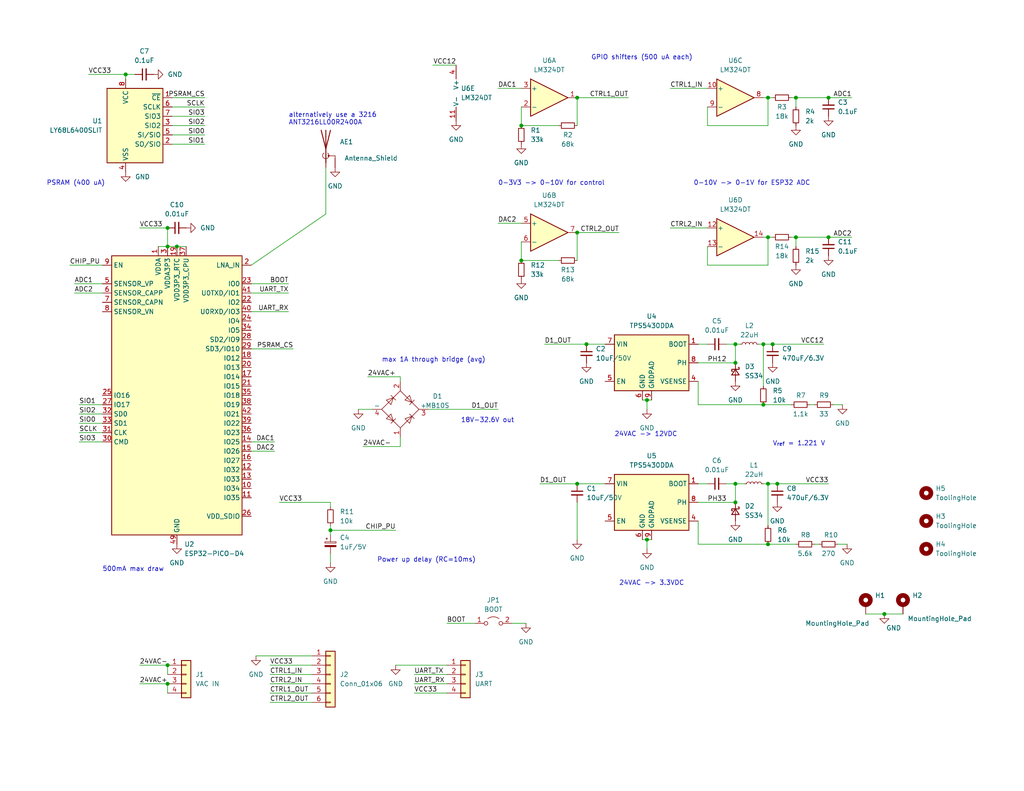
<source format=kicad_sch>
(kicad_sch (version 20211123) (generator eeschema)
  (paper "USLetter")
  (title_block (company "kelvie.ca"))
  (lib_symbols
    (symbol "Amplifier_Operational:LM324" (pin_names (offset 0.127))
      (property "Reference" "U" (at 0 5.08 0))
      (property "Value" "LM324" (at 0 -5.08 0))
      (symbol "LM324_1_1"
        (polyline (pts (xy -5.08 5.08) (xy 5.08 0) (xy -5.08 -5.08) (xy -5.08 5.08)) (stroke (width 0.254)) (fill (type background)))
        (pin output line (at 7.62 0 180) (length 2.54) (name "~") (number "1"))
        (pin input line (at -7.62 -2.54 0) (length 2.54) (name "-") (number "2"))
        (pin input line (at -7.62 2.54 0) (length 2.54) (name "+") (number "3"))
      )
      (symbol "LM324_2_1"
        (polyline (pts (xy -5.08 5.08) (xy 5.08 0) (xy -5.08 -5.08) (xy -5.08 5.08)) (stroke (width 0.254)) (fill (type background)))
        (pin input line (at -7.62 2.54 0) (length 2.54) (name "+") (number "5"))
        (pin input line (at -7.62 -2.54 0) (length 2.54) (name "-") (number "6"))
        (pin output line (at 7.62 0 180) (length 2.54) (name "~") (number "7"))
      )
      (symbol "LM324_3_1"
        (polyline (pts (xy -5.08 5.08) (xy 5.08 0) (xy -5.08 -5.08) (xy -5.08 5.08)) (stroke (width 0.254)) (fill (type background)))
        (pin input line (at -7.62 2.54 0) (length 2.54) (name "+") (number "10"))
        (pin output line (at 7.62 0 180) (length 2.54) (name "~") (number "8"))
        (pin input line (at -7.62 -2.54 0) (length 2.54) (name "-") (number "9"))
      )
      (symbol "LM324_4_1"
        (polyline (pts (xy -5.08 5.08) (xy 5.08 0) (xy -5.08 -5.08) (xy -5.08 5.08)) (stroke (width 0.254)) (fill (type background)))
        (pin input line (at -7.62 2.54 0) (length 2.54) (name "+") (number "12"))
        (pin input line (at -7.62 -2.54 0) (length 2.54) (name "-") (number "13"))
        (pin output line (at 7.62 0 180) (length 2.54) (name "~") (number "14"))
      )
      (symbol "LM324_5_1"
        (pin power_in line (at -2.54 -7.62 90) (length 3.81) (name "V-") (number "11"))
        (pin power_in line (at -2.54 7.62 270) (length 3.81) (name "V+") (number "4"))
      )
    )
    (symbol "Connector_Generic:Conn_01x04" (pin_names (offset 1.016) hide)
      (property "Reference" "J" (at 0 5.08 0))
      (property "Value" "Conn_01x04" (at 0 -7.62 0))
      (symbol "Conn_01x04_1_1"
        (rectangle (start -1.27 -4.953) (end 0 -5.207) (stroke (width 0.1524)))
        (rectangle (start -1.27 -2.413) (end 0 -2.667) (stroke (width 0.1524)))
        (rectangle (start -1.27 0.127) (end 0 -0.127) (stroke (width 0.1524)))
        (rectangle (start -1.27 2.667) (end 0 2.413) (stroke (width 0.1524)))
        (rectangle (start -1.27 3.81) (end 1.27 -6.35) (stroke (width 0.254)) (fill (type background)))
        (pin passive line (at -5.08 2.54 0) (length 3.81) (name "Pin_1") (number "1"))
        (pin passive line (at -5.08 0 0) (length 3.81) (name "Pin_2") (number "2"))
        (pin passive line (at -5.08 -2.54 0) (length 3.81) (name "Pin_3") (number "3"))
        (pin passive line (at -5.08 -5.08 0) (length 3.81) (name "Pin_4") (number "4"))
      )
    )
    (symbol "Connector_Generic:Conn_01x06" (pin_names (offset 1.016) hide)
      (property "Reference" "J" (at 0 7.62 0))
      (property "Value" "Conn_01x06" (at 0 -10.16 0))
      (symbol "Conn_01x06_1_1"
        (rectangle (start -1.27 -7.493) (end 0 -7.747) (stroke (width 0.1524)))
        (rectangle (start -1.27 -4.953) (end 0 -5.207) (stroke (width 0.1524)))
        (rectangle (start -1.27 -2.413) (end 0 -2.667) (stroke (width 0.1524)))
        (rectangle (start -1.27 0.127) (end 0 -0.127) (stroke (width 0.1524)))
        (rectangle (start -1.27 2.667) (end 0 2.413) (stroke (width 0.1524)))
        (rectangle (start -1.27 5.207) (end 0 4.953) (stroke (width 0.1524)))
        (rectangle (start -1.27 6.35) (end 1.27 -8.89) (stroke (width 0.254)) (fill (type background)))
        (pin passive line (at -5.08 5.08 0) (length 3.81) (name "Pin_1") (number "1"))
        (pin passive line (at -5.08 2.54 0) (length 3.81) (name "Pin_2") (number "2"))
        (pin passive line (at -5.08 0 0) (length 3.81) (name "Pin_3") (number "3"))
        (pin passive line (at -5.08 -2.54 0) (length 3.81) (name "Pin_4") (number "4"))
        (pin passive line (at -5.08 -5.08 0) (length 3.81) (name "Pin_5") (number "5"))
        (pin passive line (at -5.08 -7.62 0) (length 3.81) (name "Pin_6") (number "6"))
      )
    )
    (symbol "Device:Antenna_Shield" (pin_numbers hide) (pin_names (offset 1.016) hide)
      (property "Reference" "AE" (at -1.905 4.445 0))
      (property "Value" "Antenna_Shield" (at -1.905 2.54 0))
      (symbol "Antenna_Shield_0_1"
        (arc (start -0.508 -1.143) (mid -0.8429 -2.1194) (end 0 -2.667))
        (arc (start 0 -2.667) (mid 0.7989 -2.1052) (end 0.508 -1.143))
        (polyline (pts (xy 0 -2.54) (xy 0 0)))
        (polyline (pts (xy 0 5.08) (xy 0 -3.81)) (stroke (width 0.254)))
        (polyline (pts (xy 0.762 -1.905) (xy 2.54 -1.905)))
        (polyline (pts (xy 2.54 -2.54) (xy 2.54 -1.905)))
        (polyline (pts (xy 1.27 5.08) (xy 0 0) (xy -1.27 5.08)) (stroke (width 0.254)))
        (circle (center 0.762 -1.905) (radius 0.1778) (fill (type outline)))
      )
      (symbol "Antenna_Shield_1_1"
        (pin input line (at 0 -5.08 90) (length 2.54) (name "A") (number "1"))
        (pin input line (at 2.54 -5.08 90) (length 2.54) (name "Shield") (number "2"))
      )
    )
    (symbol "Device:C_Polarized_Small" (pin_numbers hide) (pin_names (offset 0.254) hide)
      (property "Reference" "C" (at 0.254 1.778 0))
      (property "Value" "C_Polarized_Small" (at 0.254 -2.032 0))
      (symbol "C_Polarized_Small_0_1"
        (rectangle (start -1.524 -0.3048) (end 1.524 -0.6858) (fill (type outline)))
        (rectangle (start -1.524 0.6858) (end 1.524 0.3048))
        (polyline (pts (xy -1.27 1.524) (xy -0.762 1.524)))
        (polyline (pts (xy -1.016 1.27) (xy -1.016 1.778)))
      )
      (symbol "C_Polarized_Small_1_1"
        (pin passive line (at 0 2.54 270) (length 1.8542) (name "~") (number "1"))
        (pin passive line (at 0 -2.54 90) (length 1.8542) (name "~") (number "2"))
      )
    )
    (symbol "Device:C_Small" (pin_numbers hide) (pin_names (offset 0.254) hide)
      (property "Reference" "C" (at 0.254 1.778 0))
      (property "Value" "C_Small" (at 0.254 -2.032 0))
      (symbol "C_Small_0_1"
        (polyline (pts (xy -1.524 -0.508) (xy 1.524 -0.508)) (stroke (width 0.3302)))
        (polyline (pts (xy -1.524 0.508) (xy 1.524 0.508)) (stroke (width 0.3048)))
      )
      (symbol "C_Small_1_1"
        (pin passive line (at 0 2.54 270) (length 2.032) (name "~") (number "1"))
        (pin passive line (at 0 -2.54 90) (length 2.032) (name "~") (number "2"))
      )
    )
    (symbol "Device:D_Schottky_Small" (pin_numbers hide) (pin_names (offset 0.254) hide)
      (property "Reference" "D" (at -1.27 2.032 0))
      (property "Value" "D_Schottky_Small" (at -7.112 -2.032 0))
      (symbol "D_Schottky_Small_0_1"
        (polyline (pts (xy -0.762 0) (xy 0.762 0)))
        (polyline (pts (xy 0.762 -1.016) (xy -0.762 0) (xy 0.762 1.016) (xy 0.762 -1.016)) (stroke (width 0.254)))
        (polyline (pts (xy -1.27 0.762) (xy -1.27 1.016) (xy -0.762 1.016) (xy -0.762 -1.016) (xy -0.254 -1.016) (xy -0.254 -0.762)) (stroke (width 0.254)))
      )
      (symbol "D_Schottky_Small_1_1"
        (pin passive line (at -2.54 0 0) (length 1.778) (name "K") (number "1"))
        (pin passive line (at 2.54 0 180) (length 1.778) (name "A") (number "2"))
      )
    )
    (symbol "Device:L_Small" (pin_numbers hide) (pin_names (offset 0.254) hide)
      (property "Reference" "L" (at 0.762 1.016 0))
      (property "Value" "L_Small" (at 0.762 -1.016 0))
      (symbol "L_Small_0_1"
        (arc (start 0 -2.032) (mid 0.508 -1.524) (end 0 -1.016))
        (arc (start 0 -1.016) (mid 0.508 -0.508) (end 0 0))
        (arc (start 0 0) (mid 0.508 0.508) (end 0 1.016))
        (arc (start 0 1.016) (mid 0.508 1.524) (end 0 2.032))
      )
      (symbol "L_Small_1_1"
        (pin passive line (at 0 2.54 270) (length 0.508) (name "~") (number "1"))
        (pin passive line (at 0 -2.54 90) (length 0.508) (name "~") (number "2"))
      )
    )
    (symbol "Device:R_Small" (pin_numbers hide) (pin_names (offset 0.254) hide)
      (property "Reference" "R" (at 0.762 0.508 0))
      (property "Value" "R_Small" (at 0.762 -1.016 0))
      (symbol "R_Small_0_1"
        (rectangle (start -0.762 1.778) (end 0.762 -1.778) (stroke (width 0.2032)))
      )
      (symbol "R_Small_1_1"
        (pin passive line (at 0 2.54 270) (length 0.762) (name "~") (number "1"))
        (pin passive line (at 0 -2.54 90) (length 0.762) (name "~") (number "2"))
      )
    )
    (symbol "Jumper:Jumper_2_Open" (pin_names (offset 0) hide)
      (property "Reference" "JP" (at 0 2.794 0))
      (property "Value" "Jumper_2_Open" (at 0 -2.286 0))
      (symbol "Jumper_2_Open_0_0"
        (circle (center -2.032 0) (radius 0.508))
        (circle (center 2.032 0) (radius 0.508))
      )
      (symbol "Jumper_2_Open_0_1"
        (arc (start 1.524 1.27) (mid 0 1.778) (end -1.524 1.27))
      )
      (symbol "Jumper_2_Open_1_1"
        (pin passive line (at -5.08 0 0) (length 2.54) (name "A") (number "1"))
        (pin passive line (at 5.08 0 180) (length 2.54) (name "B") (number "2"))
      )
    )
    (symbol "Mechanical:MountingHole" (pin_names (offset 1.016))
      (property "Reference" "H" (at 0 5.08 0))
      (property "Value" "MountingHole" (at 0 3.175 0))
      (symbol "MountingHole_0_1"
        (circle (center 0 0) (radius 1.27) (stroke (width 1.27)))
      )
    )
    (symbol "Mechanical:MountingHole_Pad" (pin_numbers hide) (pin_names (offset 1.016) hide)
      (property "Reference" "H" (at 0 6.35 0))
      (property "Value" "MountingHole_Pad" (at 0 4.445 0))
      (symbol "MountingHole_Pad_0_1"
        (circle (center 0 1.27) (radius 1.27) (stroke (width 1.27)))
      )
      (symbol "MountingHole_Pad_1_1"
        (pin input line (at 0 -2.54 90) (length 2.54) (name "1") (number "1"))
      )
    )
    (symbol "RF_Module:ESP32-PICO-D4"
      (property "Reference" "U" (at -17.78 39.37 0))
      (property "Value" "ESP32-PICO-D4" (at 3.81 39.37 0))
      (symbol "ESP32-PICO-D4_0_0"
        (pin power_in line (at -5.08 40.64 270) (length 2.54) (name "VDDA") (number "1"))
        (pin input line (at 20.32 -25.4 180) (length 2.54) (name "IO34") (number "10"))
        (pin input line (at 20.32 -27.94 180) (length 2.54) (name "IO35") (number "11"))
        (pin bidirectional line (at 20.32 -20.32 180) (length 2.54) (name "IO32") (number "12"))
        (pin bidirectional line (at 20.32 -22.86 180) (length 2.54) (name "IO33") (number "13"))
        (pin bidirectional line (at 20.32 -12.7 180) (length 2.54) (name "IO25") (number "14"))
        (pin bidirectional line (at 20.32 -15.24 180) (length 2.54) (name "IO26") (number "15"))
        (pin bidirectional line (at 20.32 -17.78 180) (length 2.54) (name "IO27") (number "16"))
        (pin bidirectional line (at 20.32 5.08 180) (length 2.54) (name "IO14") (number "17"))
        (pin bidirectional line (at 20.32 10.16 180) (length 2.54) (name "IO12") (number "18"))
        (pin power_in line (at 0 40.64 270) (length 2.54) (name "VDD3P3_RTC") (number "19"))
        (pin bidirectional line (at 20.32 35.56 180) (length 2.54) (name "LNA_IN") (number "2"))
        (pin bidirectional line (at 20.32 7.62 180) (length 2.54) (name "IO13") (number "20"))
        (pin bidirectional line (at 20.32 2.54 180) (length 2.54) (name "IO15") (number "21"))
        (pin bidirectional line (at 20.32 25.4 180) (length 2.54) (name "IO2") (number "22"))
        (pin bidirectional line (at 20.32 30.48 180) (length 2.54) (name "IO0") (number "23"))
        (pin bidirectional line (at 20.32 20.32 180) (length 2.54) (name "IO4") (number "24"))
        (pin bidirectional line (at -20.32 0 0) (length 2.54) (name "IO16") (number "25"))
        (pin power_out line (at 20.32 -33.02 180) (length 2.54) (name "VDD_SDIO") (number "26"))
        (pin bidirectional line (at -20.32 -2.54 0) (length 2.54) (name "IO17") (number "27"))
        (pin bidirectional line (at 20.32 15.24 180) (length 2.54) (name "SD2/IO9") (number "28"))
        (pin bidirectional line (at 20.32 12.7 180) (length 2.54) (name "SD3/IO10") (number "29"))
        (pin power_in line (at -2.54 40.64 270) (length 2.54) (name "VDDA3P3") (number "3"))
        (pin bidirectional line (at -20.32 -12.7 0) (length 2.54) (name "CMD") (number "30"))
        (pin bidirectional line (at -20.32 -10.16 0) (length 2.54) (name "CLK") (number "31"))
        (pin bidirectional line (at -20.32 -5.08 0) (length 2.54) (name "SD0") (number "32"))
        (pin bidirectional line (at -20.32 -7.62 0) (length 2.54) (name "SD1") (number "33"))
        (pin bidirectional line (at 20.32 17.78 180) (length 2.54) (name "IO5") (number "34"))
        (pin bidirectional line (at 20.32 0 180) (length 2.54) (name "IO18") (number "35"))
        (pin bidirectional line (at 20.32 -10.16 180) (length 2.54) (name "IO23") (number "36"))
        (pin power_in line (at 2.54 40.64 270) (length 2.54) (name "VDD3P3_CPU") (number "37"))
        (pin bidirectional line (at 20.32 -2.54 180) (length 2.54) (name "IO19") (number "38"))
        (pin bidirectional line (at 20.32 -7.62 180) (length 2.54) (name "IO22") (number "39"))
        (pin passive line (at -2.54 40.64 270) (length 2.54) hide (name "VDDA3P3") (number "4"))
        (pin bidirectional line (at 20.32 22.86 180) (length 2.54) (name "U0RXD/IO3") (number "40"))
        (pin bidirectional line (at 20.32 27.94 180) (length 2.54) (name "U0TXD/IO1") (number "41"))
        (pin bidirectional line (at 20.32 -5.08 180) (length 2.54) (name "IO21") (number "42"))
        (pin passive line (at -5.08 40.64 270) (length 2.54) hide (name "VDDA") (number "43"))
        (pin no_connect line (at -17.78 -25.4 0) (length 2.54) hide (name "XTAL_N_NC") (number "44"))
        (pin no_connect line (at -17.78 -27.94 0) (length 2.54) hide (name "XTAL_P_NC") (number "45"))
        (pin passive line (at -5.08 40.64 270) (length 2.54) hide (name "VDDA") (number "46"))
        (pin no_connect line (at -17.78 -30.48 0) (length 2.54) hide (name "CAP2_NC") (number "47"))
        (pin no_connect line (at -17.78 -33.02 0) (length 2.54) hide (name "CAP1_NC") (number "48"))
        (pin power_in line (at 0 -40.64 90) (length 2.54) (name "GND") (number "49"))
        (pin input line (at -20.32 30.48 0) (length 2.54) (name "SENSOR_VP") (number "5"))
        (pin input line (at -20.32 27.94 0) (length 2.54) (name "SENSOR_CAPP") (number "6"))
        (pin input line (at -20.32 25.4 0) (length 2.54) (name "SENSOR_CAPN") (number "7"))
        (pin input line (at -20.32 22.86 0) (length 2.54) (name "SENSOR_VN") (number "8"))
        (pin input line (at -20.32 35.56 0) (length 2.54) (name "EN") (number "9"))
      )
      (symbol "ESP32-PICO-D4_0_1"
        (rectangle (start -17.78 38.1) (end 17.78 -38.1) (stroke (width 0.254)) (fill (type background)))
      )
    )
    (symbol "Regulator_Switching:TPS5430DDA"
      (property "Reference" "U" (at -10.16 8.89 0))
      (property "Value" "TPS5430DDA" (at -1.27 8.89 0))
      (symbol "TPS5430DDA_0_1"
        (rectangle (start -10.16 7.62) (end 10.16 -7.62) (stroke (width 0.254)) (fill (type background)))
      )
      (symbol "TPS5430DDA_1_1"
        (pin input line (at 12.7 5.08 180) (length 2.54) (name "BOOT") (number "1"))
        (pin no_connect line (at -10.16 2.54 0) (length 2.54) hide (name "NC") (number "2"))
        (pin no_connect line (at -10.16 -2.54 0) (length 2.54) hide (name "NC") (number "3"))
        (pin input line (at 12.7 -5.08 180) (length 2.54) (name "VSENSE") (number "4"))
        (pin input line (at -12.7 -5.08 0) (length 2.54) (name "EN") (number "5"))
        (pin power_in line (at -2.54 -10.16 90) (length 2.54) (name "GND") (number "6"))
        (pin power_in line (at -12.7 5.08 0) (length 2.54) (name "VIN") (number "7"))
        (pin output line (at 12.7 0 180) (length 2.54) (name "PH") (number "8"))
        (pin power_in line (at 0 -10.16 90) (length 2.54) (name "GNDPAD") (number "9"))
      )
    )
    (symbol "kelvie:LY68L6400"
      (property "Reference" "U" (at 3.81 11.43 0))
      (property "Value" "LY68L6400" (at -1.27 -11.43 0))
      (symbol "LY68L6400_0_1"
        (rectangle (start -7.62 10.16) (end 7.62 -10.16) (stroke (width 0.254)) (fill (type background)))
      )
      (symbol "LY68L6400_1_1"
        (pin input line (at 10.16 7.62 180) (length 2.54) (name "~{CE}") (number "1"))
        (pin output line (at 10.16 -5.08 180) (length 2.54) (name "SO/SIO") (number "2"))
        (pin bidirectional line (at 10.16 0 180) (length 2.54) (name "SIO2") (number "3"))
        (pin power_in line (at -2.54 -12.7 90) (length 2.54) (name "VSS") (number "4"))
        (pin input line (at 10.16 -2.54 180) (length 2.54) (name "SI/SIO") (number "5"))
        (pin output line (at 10.16 5.08 180) (length 2.54) (name "SCLK") (number "6"))
        (pin bidirectional line (at 10.16 2.54 180) (length 2.54) (name "SIO3") (number "7"))
        (pin power_in line (at -2.54 12.7 270) (length 2.54) (name "VCC") (number "8"))
      )
    )
    (symbol "kelvie:MB10S" (pin_names (offset 0))
      (property "Reference" "D" (at 2.54 6.985 0))
      (property "Value" "MB10S" (at 2.54 5.08 0))
      (symbol "MB10S_0_1"
        (polyline (pts (xy -2.54 3.81) (xy -1.27 2.54)))
        (polyline (pts (xy -1.27 -2.54) (xy -2.54 -3.81)))
        (polyline (pts (xy 2.54 -1.27) (xy 3.81 -2.54)))
        (polyline (pts (xy 2.54 1.27) (xy 3.81 2.54)))
        (polyline (pts (xy -3.81 2.54) (xy -2.54 1.27) (xy -1.905 3.175) (xy -3.81 2.54)))
        (polyline (pts (xy -2.54 -1.27) (xy -3.81 -2.54) (xy -1.905 -3.175) (xy -2.54 -1.27)))
        (polyline (pts (xy 1.27 2.54) (xy 2.54 3.81) (xy 3.175 1.905) (xy 1.27 2.54)))
        (polyline (pts (xy 3.175 -1.905) (xy 1.27 -2.54) (xy 2.54 -3.81) (xy 3.175 -1.905)))
        (polyline (pts (xy -5.08 0) (xy 0 -5.08) (xy 5.08 0) (xy 0 5.08) (xy -5.08 0)))
      )
      (symbol "MB10S_1_1"
        (pin passive line (at 0 -7.62 90) (length 2.54) (name "~") (number "1"))
        (pin passive line (at 0 7.62 270) (length 2.54) (name "~") (number "2"))
        (pin passive line (at 7.62 0 180) (length 2.54) (name "+") (number "3"))
        (pin passive line (at -7.62 0 0) (length 2.54) (name "-") (number "4"))
      )
    )
    (symbol "power:GND" (power) (pin_names (offset 0))
      (property "Value" "GND" (at 0 -3.81 0))
      (symbol "GND_0_1"
        (polyline (pts (xy 0 0) (xy 0 -1.27) (xy 1.27 -1.27) (xy 0 -2.54) (xy -1.27 -1.27) (xy 0 -1.27)))
      )
      (symbol "GND_1_1"
        (pin power_in line (at 0 0 270) (length 0) hide (name "GND") (number "1"))
      )
    )
  )
  (junction (at 176.53 147.32))
  (junction (at 45.72 67.31))
  (junction (at 212.09 132.08))
  (junction (at 217.17 64.77))
  (junction (at 142.24 71.12))
  (junction (at 157.48 132.08))
  (junction (at 48.26 67.31))
  (junction (at 45.72 186.69))
  (junction (at 217.17 26.67))
  (junction (at 209.55 64.77))
  (junction (at 209.55 148.59))
  (junction (at 200.66 137.16))
  (junction (at 90.17 144.78))
  (junction (at 200.66 99.06))
  (junction (at 226.06 64.77))
  (junction (at 157.48 26.67))
  (junction (at 34.29 20.32))
  (junction (at 226.06 26.67))
  (junction (at 142.24 34.29))
  (junction (at 176.53 109.22))
  (junction (at 160.02 93.98))
  (junction (at 45.72 181.61))
  (junction (at 208.28 110.49))
  (junction (at 209.55 26.67))
  (junction (at 200.66 93.98))
  (junction (at 208.28 93.98))
  (junction (at 45.72 62.23))
  (junction (at 157.48 63.5))
  (junction (at 210.82 93.98))
  (junction (at 241.3 167.64))
  (junction (at 209.55 132.08))
  (junction (at 200.66 132.08))
  (wire (pts (xy 21.59 110.49) (xy 27.94 110.49)))
  (wire (pts (xy 190.5 137.16) (xy 200.66 137.16)))
  (wire (pts (xy 209.55 148.59) (xy 190.5 148.59)))
  (wire (pts (xy 227.33 110.49) (xy 229.87 110.49)))
  (wire (pts (xy 68.58 85.09) (xy 78.74 85.09)))
  (wire (pts (xy 200.66 93.98) (xy 201.93 93.98)))
  (wire (pts (xy 176.53 147.32) (xy 177.8 147.32)))
  (wire (pts (xy 135.89 60.96) (xy 142.24 60.96)))
  (wire (pts (xy 97.79 111.76) (xy 101.6 111.76)))
  (wire (pts (xy 182.88 24.13) (xy 193.04 24.13)))
  (wire (pts (xy 223.52 148.59) (xy 222.25 148.59)))
  (wire (pts (xy 46.99 31.75) (xy 55.88 31.75)))
  (wire (pts (xy 46.99 26.67) (xy 55.88 26.67)))
  (wire (pts (xy 143.51 170.18) (xy 139.7 170.18)))
  (wire (pts (xy 209.55 64.77) (xy 209.55 72.39)))
  (wire (pts (xy 45.72 67.31) (xy 48.26 67.31)))
  (wire (pts (xy 215.9 26.67) (xy 217.17 26.67)))
  (wire (pts (xy 157.48 147.32) (xy 157.48 137.16)))
  (wire (pts (xy 200.66 99.06) (xy 200.66 93.98)))
  (wire (pts (xy 176.53 109.22) (xy 176.53 111.76)))
  (wire (pts (xy 148.59 93.98) (xy 160.02 93.98)))
  (wire (pts (xy 73.66 186.69) (xy 85.09 186.69)))
  (wire (pts (xy 222.25 110.49) (xy 220.98 110.49)))
  (wire (pts (xy 209.55 26.67) (xy 208.28 26.67)))
  (wire (pts (xy 182.88 62.23) (xy 193.04 62.23)))
  (wire (pts (xy 210.82 93.98) (xy 224.79 93.98)))
  (wire (pts (xy 157.48 132.08) (xy 165.1 132.08)))
  (wire (pts (xy 208.28 110.49) (xy 190.5 110.49)))
  (wire (pts (xy 45.72 186.69) (xy 45.72 189.23)))
  (wire (pts (xy 68.58 77.47) (xy 78.74 77.47)))
  (wire (pts (xy 73.66 181.61) (xy 85.09 181.61)))
  (wire (pts (xy 90.17 144.78) (xy 107.95 144.78)))
  (wire (pts (xy 210.82 64.77) (xy 209.55 64.77)))
  (wire (pts (xy 209.55 148.59) (xy 217.17 148.59)))
  (wire (pts (xy 113.03 184.15) (xy 121.92 184.15)))
  (wire (pts (xy 69.85 179.07) (xy 85.09 179.07)))
  (wire (pts (xy 190.5 99.06) (xy 200.66 99.06)))
  (wire (pts (xy 43.18 67.31) (xy 45.72 67.31)))
  (wire (pts (xy 200.66 137.16) (xy 200.66 132.08)))
  (wire (pts (xy 21.59 115.57) (xy 27.94 115.57)))
  (wire (pts (xy 142.24 66.04) (xy 142.24 71.12)))
  (wire (pts (xy 200.66 132.08) (xy 198.12 132.08)))
  (wire (pts (xy 109.22 102.87) (xy 109.22 104.14)))
  (wire (pts (xy 147.32 132.08) (xy 157.48 132.08)))
  (wire (pts (xy 34.29 20.32) (xy 36.83 20.32)))
  (wire (pts (xy 73.66 189.23) (xy 85.09 189.23)))
  (wire (pts (xy 208.28 105.41) (xy 208.28 93.98)))
  (wire (pts (xy 208.28 132.08) (xy 209.55 132.08)))
  (wire (pts (xy 113.03 189.23) (xy 121.92 189.23)))
  (wire (pts (xy 226.06 26.67) (xy 232.41 26.67)))
  (wire (pts (xy 90.17 144.78) (xy 90.17 143.51)))
  (wire (pts (xy 142.24 71.12) (xy 152.4 71.12)))
  (wire (pts (xy 193.04 93.98) (xy 190.5 93.98)))
  (wire (pts (xy 209.55 26.67) (xy 209.55 34.29)))
  (wire (pts (xy 212.09 132.08) (xy 226.06 132.08)))
  (wire (pts (xy 190.5 142.24) (xy 190.5 148.59)))
  (wire (pts (xy 20.32 77.47) (xy 27.94 77.47)))
  (wire (pts (xy 215.9 64.77) (xy 217.17 64.77)))
  (wire (pts (xy 142.24 29.21) (xy 142.24 34.29)))
  (wire (pts (xy 24.13 20.32) (xy 34.29 20.32)))
  (wire (pts (xy 46.99 39.37) (xy 55.88 39.37)))
  (wire (pts (xy 100.33 102.87) (xy 109.22 102.87)))
  (wire (pts (xy 90.17 146.05) (xy 90.17 144.78)))
  (wire (pts (xy 193.04 72.39) (xy 193.04 67.31)))
  (wire (pts (xy 76.2 137.16) (xy 90.17 137.16)))
  (wire (pts (xy 157.48 26.67) (xy 157.48 34.29)))
  (wire (pts (xy 217.17 64.77) (xy 217.17 67.31)))
  (wire (pts (xy 190.5 104.14) (xy 190.5 110.49)))
  (wire (pts (xy 116.84 111.76) (xy 135.89 111.76)))
  (wire (pts (xy 193.04 34.29) (xy 193.04 29.21)))
  (wire (pts (xy 113.03 186.69) (xy 121.92 186.69)))
  (wire (pts (xy 20.32 80.01) (xy 27.94 80.01)))
  (wire (pts (xy 209.55 72.39) (xy 193.04 72.39)))
  (wire (pts (xy 193.04 132.08) (xy 190.5 132.08)))
  (wire (pts (xy 207.01 93.98) (xy 208.28 93.98)))
  (wire (pts (xy 21.59 118.11) (xy 27.94 118.11)))
  (wire (pts (xy 34.29 20.32) (xy 34.29 21.59)))
  (wire (pts (xy 175.26 109.22) (xy 176.53 109.22)))
  (wire (pts (xy 21.59 120.65) (xy 27.94 120.65)))
  (wire (pts (xy 208.28 64.77) (xy 209.55 64.77)))
  (wire (pts (xy 73.66 184.15) (xy 85.09 184.15)))
  (wire (pts (xy 228.6 148.59) (xy 231.14 148.59)))
  (wire (pts (xy 209.55 143.51) (xy 209.55 132.08)))
  (wire (pts (xy 157.48 63.5) (xy 168.91 63.5)))
  (wire (pts (xy 217.17 26.67) (xy 226.06 26.67)))
  (wire (pts (xy 38.1 181.61) (xy 45.72 181.61)))
  (wire (pts (xy 176.53 147.32) (xy 176.53 149.86)))
  (wire (pts (xy 200.66 93.98) (xy 198.12 93.98)))
  (wire (pts (xy 88.9 58.42) (xy 68.58 72.39)))
  (wire (pts (xy 38.1 62.23) (xy 45.72 62.23)))
  (wire (pts (xy 88.9 45.72) (xy 88.9 58.42)))
  (wire (pts (xy 241.3 167.64) (xy 246.38 167.64)))
  (wire (pts (xy 203.2 132.08) (xy 200.66 132.08)))
  (wire (pts (xy 21.59 113.03) (xy 27.94 113.03)))
  (wire (pts (xy 210.82 26.67) (xy 209.55 26.67)))
  (wire (pts (xy 68.58 95.25) (xy 80.01 95.25)))
  (wire (pts (xy 121.92 170.18) (xy 129.54 170.18)))
  (wire (pts (xy 208.28 93.98) (xy 210.82 93.98)))
  (wire (pts (xy 48.26 67.31) (xy 50.8 67.31)))
  (wire (pts (xy 236.22 167.64) (xy 241.3 167.64)))
  (wire (pts (xy 209.55 132.08) (xy 212.09 132.08)))
  (wire (pts (xy 73.66 191.77) (xy 85.09 191.77)))
  (wire (pts (xy 208.28 110.49) (xy 215.9 110.49)))
  (wire (pts (xy 226.06 64.77) (xy 232.41 64.77)))
  (wire (pts (xy 176.53 109.22) (xy 177.8 109.22)))
  (wire (pts (xy 46.99 36.83) (xy 55.88 36.83)))
  (wire (pts (xy 157.48 26.67) (xy 171.45 26.67)))
  (wire (pts (xy 217.17 26.67) (xy 217.17 29.21)))
  (wire (pts (xy 46.99 34.29) (xy 55.88 34.29)))
  (wire (pts (xy 175.26 147.32) (xy 176.53 147.32)))
  (wire (pts (xy 142.24 34.29) (xy 152.4 34.29)))
  (wire (pts (xy 46.99 29.21) (xy 55.88 29.21)))
  (wire (pts (xy 45.72 62.23) (xy 45.72 67.31)))
  (wire (pts (xy 45.72 181.61) (xy 45.72 184.15)))
  (wire (pts (xy 109.22 121.92) (xy 109.22 119.38)))
  (wire (pts (xy 90.17 153.67) (xy 90.17 151.13)))
  (wire (pts (xy 90.17 138.43) (xy 90.17 137.16)))
  (wire (pts (xy 217.17 64.77) (xy 226.06 64.77)))
  (wire (pts (xy 68.58 80.01) (xy 78.74 80.01)))
  (wire (pts (xy 19.05 72.39) (xy 27.94 72.39)))
  (wire (pts (xy 68.58 120.65) (xy 74.93 120.65)))
  (wire (pts (xy 160.02 93.98) (xy 165.1 93.98)))
  (wire (pts (xy 118.11 17.78) (xy 124.46 17.78)))
  (wire (pts (xy 209.55 34.29) (xy 193.04 34.29)))
  (wire (pts (xy 107.95 181.61) (xy 121.92 181.61)))
  (wire (pts (xy 157.48 63.5) (xy 157.48 71.12)))
  (wire (pts (xy 99.06 121.92) (xy 109.22 121.92)))
  (wire (pts (xy 68.58 123.19) (xy 74.93 123.19)))
  (wire (pts (xy 38.1 186.69) (xy 45.72 186.69)))
  (wire (pts (xy 135.89 24.13) (xy 142.24 24.13)))
  (text "0-3V3 -> 0-10V for control" (at 135.89 50.8 0) (effects (font (size 1.27 1.27)) (justify left bottom)))
  (text "PSRAM (400 uA)" (at 12.7 50.8 0) (effects (font (size 1.27 1.27)) (justify left bottom)))
  (text "alternatively use a 3216\nANT3216LL00R2400A" (at 78.74 34.29 0) (effects (font (size 1.27 1.27)) (justify left bottom)))
  (text "24VAC -> 12VDC" (at 167.64 119.38 0) (effects (font (size 1.27 1.27)) (justify left bottom)))
  (text "500mA max draw" (at 27.94 156.21 0) (effects (font (size 1.27 1.27)) (justify left bottom)))
  (text "GPIO shifters (500 uA each)" (at 161.29 16.51 0) (effects (font (size 1.27 1.27)) (justify left bottom)))
  (text "18V-32.6V out" (at 125.73 115.57 0) (effects (font (size 1.27 1.27)) (justify left bottom)))
  (text "0-10V -> 0-1V for ESP32 ADC" (at 189.23 50.8 0) (effects (font (size 1.27 1.27)) (justify left bottom)))
  (text "24VAC -> 3.3VDC" (at 168.91 160.02 0) (effects (font (size 1.27 1.27)) (justify left bottom)))
  (text "V_{ref} = 1.221 V" (at 210.82 121.92 0) (effects (font (size 1.27 1.27)) (justify left bottom)))
  (text "max 1A through bridge (avg)" (at 104.14 99.06 0) (effects (font (size 1.27 1.27)) (justify left bottom)))
  (text "Power up delay (RC=10ms)" (at 102.87 153.67 0) (effects (font (size 1.27 1.27)) (justify left bottom)))
  (label "24VAC-" (at 38.1 181.61 0))
  (label "24VAC+" (at 100.33 102.87 0))
  (label "PH12" (at 193.04 99.06 0))
  (label "SCLK" (at 21.59 118.11 0))
  (label "SCLK" (at 55.88 29.21 180))
  (label "UART_RX" (at 78.74 85.09 180))
  (label "PSRAM_CS" (at 80.01 95.25 180))
  (label "VCC33" (at 226.06 132.08 180))
  (label "DAC1" (at 135.89 24.13 0))
  (label "PSRAM_CS" (at 55.88 26.67 180))
  (label "VCC33" (at 24.13 20.32 0))
  (label "DAC1" (at 74.93 120.65 180))
  (label "ADC1" (at 232.41 26.67 180))
  (label "SIO2" (at 21.59 113.03 0))
  (label "VCC33" (at 113.03 189.23 0))
  (label "UART_TX" (at 113.03 184.15 0))
  (label "VCC12" (at 124.46 17.78 180))
  (label "CTRL1_IN" (at 73.66 184.15 0))
  (label "SIO0" (at 21.59 115.57 0))
  (label "CTRL2_OUT" (at 168.91 63.5 180))
  (label "SIO1" (at 55.88 39.37 180))
  (label "PH33" (at 193.04 137.16 0))
  (label "CTRL1_IN" (at 182.88 24.13 0))
  (label "UART_RX" (at 113.03 186.69 0))
  (label "CTRL2_IN" (at 73.66 186.69 0))
  (label "VCC33" (at 38.1 62.23 0))
  (label "VCC33" (at 76.2 137.16 0))
  (label "CTRL1_OUT" (at 171.45 26.67 180))
  (label "UART_TX" (at 78.74 80.01 180))
  (label "BOOT" (at 78.74 77.47 180))
  (label "24VAC-" (at 99.06 121.92 0))
  (label "24VAC+" (at 38.1 186.69 0))
  (label "CHIP_PU" (at 107.95 144.78 180))
  (label "VCC33" (at 73.66 181.61 0))
  (label "VCC12" (at 224.79 93.98 180))
  (label "SIO2" (at 55.88 34.29 180))
  (label "ADC1" (at 20.32 77.47 0))
  (label "D1_OUT" (at 135.89 111.76 180))
  (label "CTRL2_OUT" (at 73.66 191.77 0))
  (label "SIO3" (at 55.88 31.75 180))
  (label "DAC2" (at 74.93 123.19 180))
  (label "SIO3" (at 21.59 120.65 0))
  (label "D1_OUT" (at 148.59 93.98 0))
  (label "SIO1" (at 21.59 110.49 0))
  (label "BOOT" (at 121.92 170.18 0))
  (label "SIO0" (at 55.88 36.83 180))
  (label "ADC2" (at 20.32 80.01 0))
  (label "ADC2" (at 232.41 64.77 180))
  (label "CHIP_PU" (at 19.05 72.39 0))
  (label "CTRL2_IN" (at 182.88 62.23 0))
  (label "D1_OUT" (at 147.32 132.08 0))
  (label "CTRL1_OUT" (at 73.66 189.23 0))
  (label "DAC2" (at 135.89 60.96 0))
  (symbol (lib_id "power:GND") (at 143.51 170.18 0) (unit 1)
    (property "Reference" "#PWR0123" (effects hide))
    (property "Value" "GND" (at 143.51 175.26 0))
  )
  (symbol (lib_id "power:GND") (at 210.82 99.06 0) (unit 1)
    (property "Reference" "#PWR0121" (effects hide))
    (property "Value" "GND" (at 210.82 104.14 0))
  )
  (symbol (lib_id "Device:C_Small") (at 210.82 96.52 0) (unit 1)
    (property "Reference" "C9" (at 213.36 95.2562 0) (effects (justify left)))
    (property "Value" "470uF/6.3V" (at 213.36 97.7962 0) (effects (justify left)))
    (property "Footprint" "Capacitor_Tantalum_SMD:CP_EIA-7343-31_Kemet-D" (effects hide))
  )
  (symbol (lib_id "Amplifier_Operational:LM324") (at 200.66 26.67 0) (unit 3)
    (property "Reference" "U6" (at 200.66 16.51 0))
    (property "Value" "LM324DT" (at 200.66 19.05 0))
    (property "Footprint" "Package_SO:SOIC-14_3.9x8.7mm_P1.27mm" (effects hide))
    (property "Datasheet" "http://www.ti.com/lit/ds/symlink/lm2902-n.pdf" (effects hide))
  )
  (symbol (lib_id "Device:R_Small") (at 154.94 34.29 90) (unit 1)
    (property "Reference" "R2" (at 154.94 36.83 90))
    (property "Value" "68k" (at 154.94 39.37 90))
    (property "Footprint" "Resistor_SMD:R_0201_0603Metric" (effects hide))
  )
  (symbol (lib_id "Device:C_Small") (at 195.58 93.98 90) (unit 1)
    (property "Reference" "C5" (at 195.5863 87.63 90))
    (property "Value" "0.01uF" (at 195.5863 90.17 90))
    (property "Footprint" "Capacitor_SMD:C_0402_1005Metric" (effects hide))
  )
  (symbol (lib_id "power:GND") (at 69.85 179.07 0) (unit 1)
    (property "Reference" "#PWR0110" (effects hide))
    (property "Value" "GND" (at 69.85 184.15 0))
  )
  (symbol (lib_id "power:GND") (at 217.17 34.29 0) (unit 1)
    (property "Reference" "#PWR0103" (effects hide))
    (property "Value" "GND" (at 217.17 39.37 0))
  )
  (symbol (lib_id "kelvie:MB10S") (at 109.22 111.76 0) (unit 1)
    (property "Reference" "D1" (at 119.38 108.1786 0))
    (property "Value" "MB10S" (at 119.38 110.7186 0))
    (property "Footprint" "Package_TO_SOT_SMD:TO-269AA" (effects hide))
    (property "Datasheet" "https://datasheet.lcsc.com/lcsc/2105061432_MDD-Microdiode-Electronics--MB10S_C2488.pdf" (effects hide))
  )
  (symbol (lib_id "power:GND") (at 97.79 111.76 0) (unit 1)
    (property "Reference" "#PWR0101" (effects hide))
    (property "Value" "GND" (at 97.79 116.84 0))
  )
  (symbol (lib_id "Device:C_Small") (at 226.06 29.21 180) (unit 1)
    (property "Reference" "C3" (at 228.6 27.9335 0) (effects (justify right)))
    (property "Value" "0.1uF" (at 228.6 30.4735 0) (effects (justify right)))
    (property "Footprint" "Capacitor_SMD:C_0402_1005Metric" (effects hide))
  )
  (symbol (lib_id "Device:D_Schottky_Small") (at 200.66 139.7 270) (unit 1)
    (property "Reference" "D2" (at 203.2 138.1759 90) (effects (justify left)))
    (property "Value" "SS34" (at 203.2 140.7159 90) (effects (justify left)))
    (property "Footprint" "Diode_SMD:D_SMA" (effects hide))
  )
  (symbol (lib_id "Amplifier_Operational:LM324") (at 200.66 64.77 0) (unit 4)
    (property "Reference" "U6" (at 200.66 54.61 0))
    (property "Value" "LM324DT" (at 200.66 57.15 0))
    (property "Footprint" "Package_SO:SOIC-14_3.9x8.7mm_P1.27mm" (effects hide))
    (property "Datasheet" "http://www.ti.com/lit/ds/symlink/lm2902-n.pdf" (effects hide))
  )
  (symbol (lib_id "Device:L_Small") (at 205.74 132.08 90) (unit 1)
    (property "Reference" "L1" (at 205.74 127 90))
    (property "Value" "22uH" (at 205.74 129.54 90))
    (property "Footprint" "inductors:L_SXN_SMRH74-220MT" (effects hide))
    (property "Datasheet" "https://datasheet.lcsc.com/lcsc/2108131530_SXN-Shun-Xiang-Nuo-Elec-SMRH74-220MT_C27442.pdf" (effects hide))
  )
  (symbol (lib_id "power:GND") (at 107.95 181.61 0) (unit 1)
    (property "Reference" "#PWR0111" (effects hide))
    (property "Value" "GND" (at 107.95 186.69 0))
  )
  (symbol (lib_id "Device:R_Small") (at 213.36 26.67 90) (unit 1)
    (property "Reference" "R3" (at 213.36 29.21 90))
    (property "Value" "18k" (at 213.36 31.75 90))
    (property "Footprint" "Resistor_SMD:R_0201_0603Metric" (effects hide))
  )
  (symbol (lib_id "Device:C_Small") (at 195.58 132.08 90) (unit 1)
    (property "Reference" "C6" (at 195.5863 125.73 90))
    (property "Value" "0.01uF" (at 195.5863 128.27 90))
    (property "Footprint" "Capacitor_SMD:C_0402_1005Metric" (effects hide))
  )
  (symbol (lib_id "Device:Antenna_Shield") (at 88.9 40.64 0) (unit 1)
    (property "Reference" "AE1" (at 92.71 38.7349 0) (effects (justify left)))
    (property "Value" "Antenna_Shield" (at 93.98 43.18 0) (effects (justify left)))
    (property "Footprint" "RF_Antenna:Texas_SWRA117D_2.4GHz_Left" (effects hide))
    (property "Datasheet" "https://www.ti.com/lit/an/swra117d/swra117d.pdf" (effects hide))
  )
  (symbol (lib_id "power:GND") (at 34.29 46.99 0) (unit 1)
    (property "Reference" "#PWR0114" (effects hide))
    (property "Value" "GND" (at 36.83 48.2599 0) (effects (justify left)))
  )
  (symbol (lib_id "Device:R_Small") (at 142.24 73.66 0) (unit 1)
    (property "Reference" "R12" (at 144.78 72.3899 0) (effects (justify left)))
    (property "Value" "33k" (at 144.78 74.9299 0) (effects (justify left)))
    (property "Footprint" "Resistor_SMD:R_0201_0603Metric" (effects hide))
  )
  (symbol (lib_id "power:GND") (at 217.17 72.39 0) (unit 1)
    (property "Reference" "#PWR0126" (effects hide))
    (property "Value" "GND" (at 217.17 77.47 0))
  )
  (symbol (lib_id "Device:R_Small") (at 219.71 148.59 270) (unit 1)
    (property "Reference" "R8" (at 218.44 146.05 90) (effects (justify left)))
    (property "Value" "5.6k" (at 219.71 151.13 90))
    (property "Footprint" "Resistor_SMD:R_0603_1608Metric" (effects hide))
  )
  (symbol (lib_id "Device:L_Small") (at 204.47 93.98 90) (unit 1)
    (property "Reference" "L2" (at 204.47 88.9 90))
    (property "Value" "22uH" (at 204.47 91.44 90))
    (property "Footprint" "inductors:L_SXN_SMRH74-220MT" (effects hide))
    (property "Datasheet" "https://datasheet.lcsc.com/lcsc/2108131530_SXN-Shun-Xiang-Nuo-Elec-SMRH74-220MT_C27442.pdf" (effects hide))
  )
  (symbol (lib_id "power:GND") (at 231.14 148.59 0) (unit 1)
    (property "Reference" "#PWR0119" (effects hide))
    (property "Value" "GND" (at 231.14 153.67 0))
  )
  (symbol (lib_id "Device:C_Small") (at 226.06 67.31 180) (unit 1)
    (property "Reference" "C11" (at 228.6 66.0335 0) (effects (justify right)))
    (property "Value" "0.1uF" (at 228.6 68.5735 0) (effects (justify right)))
    (property "Footprint" "Capacitor_SMD:C_0402_1005Metric" (effects hide))
  )
  (symbol (lib_id "power:GND") (at 41.91 20.32 90) (unit 1)
    (property "Reference" "#PWR0113" (effects hide))
    (property "Value" "GND" (at 45.72 20.3199 90) (effects (justify right)))
  )
  (symbol (lib_id "Connector_Generic:Conn_01x06") (at 90.17 184.15 0) (unit 1)
    (property "Reference" "J2" (at 92.71 184.1499 0) (effects (justify left)))
    (property "Value" "Conn_01x06" (at 92.71 186.6899 0) (effects (justify left)))
    (property "Footprint" "Connector_JST:JST_XH_B6B-XH-A_1x06_P2.50mm_Vertical" (effects hide))
  )
  (symbol (lib_id "Device:C_Small") (at 39.37 20.32 90) (unit 1)
    (property "Reference" "C7" (at 39.3763 13.97 90))
    (property "Value" "0.1uF" (at 39.3763 16.51 90))
    (property "Footprint" "Capacitor_SMD:C_0402_1005Metric" (effects hide))
  )
  (symbol (lib_id "Device:C_Small") (at 212.09 134.62 0) (unit 1)
    (property "Reference" "C8" (at 214.63 133.3562 0) (effects (justify left)))
    (property "Value" "470uF/6.3V" (at 214.63 135.8962 0) (effects (justify left)))
    (property "Footprint" "Capacitor_Tantalum_SMD:CP_EIA-7343-31_Kemet-D" (effects hide))
  )
  (symbol (lib_id "Device:R_Small") (at 90.17 140.97 0) (unit 1)
    (property "Reference" "R11" (at 92.71 139.6999 0) (effects (justify left)))
    (property "Value" "10k" (at 92.71 142.2399 0) (effects (justify left)))
    (property "Footprint" "Resistor_SMD:R_0201_0603Metric" (effects hide))
  )
  (symbol (lib_id "power:GND") (at 200.66 142.24 0) (unit 1)
    (property "Reference" "#PWR0116" (effects hide))
    (property "Value" "GND" (at 200.66 147.32 0))
  )
  (symbol (lib_id "Mechanical:MountingHole_Pad") (at 236.22 165.1 0) (unit 1)
    (property "Reference" "H1" (at 238.76 162.5599 0) (effects (justify left)))
    (property "Value" "MountingHole_Pad" (at 219.71 170.18 0) (effects (justify left)))
    (property "Footprint" "MountingHole:MountingHole_2.2mm_M2_DIN965_Pad" (effects hide))
  )
  (symbol (lib_id "Device:C_Polarized_Small") (at 90.17 148.59 0) (unit 1)
    (property "Reference" "C4" (at 92.71 146.7738 0) (effects (justify left)))
    (property "Value" "1uF/5V" (at 92.71 149.3138 0) (effects (justify left)))
    (property "Footprint" "Capacitor_SMD:C_0402_1005Metric" (effects hide))
  )
  (symbol (lib_id "power:GND") (at 226.06 69.85 0) (unit 1)
    (property "Reference" "#PWR0127" (effects hide))
    (property "Value" "GND" (at 226.06 74.93 0))
  )
  (symbol (lib_id "Device:R_Small") (at 226.06 148.59 270) (unit 1)
    (property "Reference" "R10" (at 224.79 146.05 90) (effects (justify left)))
    (property "Value" "270" (at 226.06 151.13 90))
    (property "Footprint" "Resistor_SMD:R_0603_1608Metric" (effects hide))
  )
  (symbol (lib_id "power:GND") (at 176.53 111.76 0) (unit 1)
    (property "Reference" "#PWR0108" (effects hide))
    (property "Value" "GND" (at 176.53 116.84 0))
  )
  (symbol (lib_id "Device:R_Small") (at 142.24 36.83 0) (unit 1)
    (property "Reference" "R1" (at 144.78 35.5599 0) (effects (justify left)))
    (property "Value" "33k" (at 144.78 38.0999 0) (effects (justify left)))
    (property "Footprint" "Resistor_SMD:R_0201_0603Metric" (effects hide))
  )
  (symbol (lib_id "Mechanical:MountingHole_Pad") (at 246.38 165.1 0) (unit 1)
    (property "Reference" "H2" (at 248.92 162.5599 0) (effects (justify left)))
    (property "Value" "MountingHole_Pad" (at 247.65 168.91 0) (effects (justify left)))
    (property "Footprint" "MountingHole:MountingHole_2.2mm_M2_DIN965_Pad" (effects hide))
  )
  (symbol (lib_id "Regulator_Switching:TPS5430DDA") (at 177.8 137.16 0) (unit 1)
    (property "Reference" "U5" (at 177.8 124.46 0))
    (property "Value" "TPS5430DDA" (at 177.8 127 0))
    (property "Footprint" "Package_SO:TI_SO-PowerPAD-8_ThermalVias" (effects hide))
    (property "Datasheet" "http://www.ti.com/lit/ds/symlink/tps5430.pdf" (effects hide))
  )
  (symbol (lib_id "Amplifier_Operational:LM324") (at 127 25.4 0) (unit 5)
    (property "Reference" "U6" (at 125.73 24.1299 0) (effects (justify left)))
    (property "Value" "LM324DT" (at 125.73 26.6699 0) (effects (justify left)))
    (property "Footprint" "Package_SO:SOIC-14_3.9x8.7mm_P1.27mm" (effects hide))
    (property "Datasheet" "http://www.ti.com/lit/ds/symlink/lm2902-n.pdf" (effects hide))
  )
  (symbol (lib_id "kelvie:LY68L6400") (at 36.83 34.29 0) (unit 1)
    (property "Reference" "U1" (at 27.94 33.0199 0) (effects (justify right)))
    (property "Value" "LY68L6400SLIT" (at 27.94 35.5599 0) (effects (justify right)))
    (property "Footprint" "Package_SO:SOIC-8_3.9x4.9mm_P1.27mm" (effects hide))
    (property "Datasheet" "https://datasheet.lcsc.com/lcsc/1809140531_Lyontek-Inc--LY68L6400SLIT_C261881.pdf" (effects hide))
  )
  (symbol (lib_id "Device:R_Small") (at 154.94 71.12 90) (unit 1)
    (property "Reference" "R13" (at 154.94 73.66 90))
    (property "Value" "68k" (at 154.94 76.2 90))
    (property "Footprint" "Resistor_SMD:R_0201_0603Metric" (effects hide))
  )
  (symbol (lib_id "power:GND") (at 229.87 110.49 0) (unit 1)
    (property "Reference" "#PWR0120" (effects hide))
    (property "Value" "GND" (at 229.87 115.57 0))
  )
  (symbol (lib_id "power:GND") (at 142.24 76.2 0) (unit 1)
    (property "Reference" "#PWR0128" (effects hide))
    (property "Value" "GND" (at 142.24 81.28 0))
  )
  (symbol (lib_id "Device:C_Small") (at 160.02 96.52 0) (unit 1)
    (property "Reference" "C2" (at 162.56 95.2562 0) (effects (justify left)))
    (property "Value" "10uF/50V" (at 162.56 97.7962 0) (effects (justify left)))
    (property "Footprint" "Capacitor_SMD:C_0805_2012Metric" (effects hide))
  )
  (symbol (lib_id "power:GND") (at 241.3 167.64 0) (unit 1)
    (property "Reference" "#PWR0105" (effects hide))
    (property "Value" "GND" (at 243.84 171.45 0))
  )
  (symbol (lib_id "power:GND") (at 48.26 148.59 0) (unit 1)
    (property "Reference" "#PWR0109" (effects hide))
    (property "Value" "GND" (at 48.26 153.67 0))
  )
  (symbol (lib_id "Device:R_Small") (at 217.17 69.85 0) (unit 1)
    (property "Reference" "R15" (at 219.71 68.5799 0) (effects (justify left)))
    (property "Value" "2k" (at 219.71 71.1199 0) (effects (justify left)))
    (property "Footprint" "Resistor_SMD:R_0201_0603Metric" (effects hide))
  )
  (symbol (lib_id "RF_Module:ESP32-PICO-D4") (at 48.26 107.95 0) (unit 1)
    (property "Reference" "U2" (at 50.2794 148.59 0) (effects (justify left)))
    (property "Value" "ESP32-PICO-D4" (at 50.2794 151.13 0) (effects (justify left)))
    (property "Footprint" "Package_DFN_QFN:QFN-48-1EP_7x7mm_P0.5mm_EP5.3x5.3mm" (effects hide))
    (property "Datasheet" "https://www.espressif.com/sites/default/files/documentation/esp32-pico-d4_datasheet_en.pdf" (effects hide))
  )
  (symbol (lib_id "Device:R_Small") (at 217.17 31.75 0) (unit 1)
    (property "Reference" "R4" (at 219.71 30.4799 0) (effects (justify left)))
    (property "Value" "2k" (at 219.71 33.0199 0) (effects (justify left)))
    (property "Footprint" "Resistor_SMD:R_0201_0603Metric" (effects hide))
  )
  (symbol (lib_id "power:GND") (at 157.48 147.32 0) (unit 1)
    (property "Reference" "#PWR0107" (effects hide))
    (property "Value" "GND" (at 157.48 152.4 0))
  )
  (symbol (lib_id "Mechanical:MountingHole") (at 252.73 142.24 0) (unit 1)
    (property "Reference" "H3" (at 255.27 140.9699 0) (effects (justify left)))
    (property "Value" "ToolingHole" (at 255.27 143.5099 0) (effects (justify left)))
    (property "Footprint" "kelvie:ToolingHole_1.152mm" (effects hide))
  )
  (symbol (lib_id "Device:C_Small") (at 157.48 134.62 0) (unit 1)
    (property "Reference" "C1" (at 160.02 133.3562 0) (effects (justify left)))
    (property "Value" "10uF/50V" (at 160.02 135.8962 0) (effects (justify left)))
    (property "Footprint" "Capacitor_SMD:C_0805_2012Metric" (effects hide))
  )
  (symbol (lib_id "Device:C_Small") (at 48.26 62.23 90) (unit 1)
    (property "Reference" "C10" (at 48.2663 55.88 90))
    (property "Value" "0.01uF" (at 48.2663 58.42 90))
    (property "Footprint" "Capacitor_SMD:C_0402_1005Metric" (effects hide))
  )
  (symbol (lib_id "power:GND") (at 160.02 99.06 0) (unit 1)
    (property "Reference" "#PWR0106" (effects hide))
    (property "Value" "GND" (at 160.02 104.14 0))
  )
  (symbol (lib_id "Amplifier_Operational:LM324") (at 149.86 63.5 0) (unit 2)
    (property "Reference" "U6" (at 149.86 53.34 0))
    (property "Value" "LM324DT" (at 149.86 55.88 0))
    (property "Footprint" "Package_SO:SOIC-14_3.9x8.7mm_P1.27mm" (effects hide))
    (property "Datasheet" "http://www.ti.com/lit/ds/symlink/lm2902-n.pdf" (effects hide))
  )
  (symbol (lib_id "Device:R_Small") (at 209.55 146.05 0) (unit 1)
    (property "Reference" "R6" (at 212.09 144.7799 0) (effects (justify left)))
    (property "Value" "10k" (at 212.09 147.3199 0) (effects (justify left)))
    (property "Footprint" "Resistor_SMD:R_0603_1608Metric" (effects hide))
  )
  (symbol (lib_id "power:GND") (at 226.06 31.75 0) (unit 1)
    (property "Reference" "#PWR0104" (effects hide))
    (property "Value" "GND" (at 226.06 36.83 0))
  )
  (symbol (lib_id "Amplifier_Operational:LM324") (at 149.86 26.67 0) (unit 1)
    (property "Reference" "U6" (at 149.86 16.51 0))
    (property "Value" "LM324DT" (at 149.86 19.05 0))
    (property "Footprint" "Package_SO:SOIC-14_3.9x8.7mm_P1.27mm" (effects hide))
    (property "Datasheet" "http://www.ti.com/lit/ds/symlink/lm2902-n.pdf" (effects hide))
  )
  (symbol (lib_id "power:GND") (at 212.09 137.16 0) (unit 1)
    (property "Reference" "#PWR0117" (effects hide))
    (property "Value" "GND" (at 212.09 142.24 0))
  )
  (symbol (lib_id "Regulator_Switching:TPS5430DDA") (at 177.8 99.06 0) (unit 1)
    (property "Reference" "U4" (at 177.8 86.36 0))
    (property "Value" "TPS5430DDA" (at 177.8 88.9 0))
    (property "Footprint" "Package_SO:TI_SO-PowerPAD-8_ThermalVias" (effects hide))
    (property "Datasheet" "http://www.ti.com/lit/ds/symlink/tps5430.pdf" (effects hide))
  )
  (symbol (lib_id "power:GND") (at 91.44 45.72 0) (unit 1)
    (property "Reference" "#PWR0124" (effects hide))
    (property "Value" "GND" (at 91.44 50.8 0))
  )
  (symbol (lib_id "Device:D_Schottky_Small") (at 200.66 101.6 270) (unit 1)
    (property "Reference" "D3" (at 203.2 100.0759 90) (effects (justify left)))
    (property "Value" "SS34" (at 203.2 102.6159 90) (effects (justify left)))
    (property "Footprint" "Diode_SMD:D_SMA" (effects hide))
  )
  (symbol (lib_id "power:GND") (at 124.46 33.02 0) (unit 1)
    (property "Reference" "#PWR0115" (effects hide))
    (property "Value" "GND" (at 124.46 38.1 0))
  )
  (symbol (lib_id "power:GND") (at 200.66 104.14 0) (unit 1)
    (property "Reference" "#PWR0118" (effects hide))
    (property "Value" "GND" (at 200.66 109.22 0))
  )
  (symbol (lib_id "Device:R_Small") (at 213.36 64.77 90) (unit 1)
    (property "Reference" "R14" (at 213.36 67.31 90))
    (property "Value" "18k" (at 213.36 69.85 90))
    (property "Footprint" "Resistor_SMD:R_0201_0603Metric" (effects hide))
  )
  (symbol (lib_id "Mechanical:MountingHole") (at 252.73 149.86 0) (unit 1)
    (property "Reference" "H4" (at 255.27 148.5899 0) (effects (justify left)))
    (property "Value" "ToolingHole" (at 255.27 151.1299 0) (effects (justify left)))
    (property "Footprint" "kelvie:ToolingHole_1.152mm" (effects hide))
  )
  (symbol (lib_id "Device:R_Small") (at 208.28 107.95 0) (unit 1)
    (property "Reference" "R5" (at 210.82 106.6799 0) (effects (justify left)))
    (property "Value" "10k" (at 210.82 109.2199 0) (effects (justify left)))
    (property "Footprint" "Resistor_SMD:R_0603_1608Metric" (effects hide))
  )
  (symbol (lib_id "power:GND") (at 90.17 153.67 0) (unit 1)
    (property "Reference" "#PWR0125" (effects hide))
    (property "Value" "GND" (at 90.17 158.75 0))
  )
  (symbol (lib_id "Mechanical:MountingHole") (at 252.73 134.62 0) (unit 1)
    (property "Reference" "H5" (at 255.27 133.3499 0) (effects (justify left)))
    (property "Value" "ToolingHole" (at 255.27 135.8899 0) (effects (justify left)))
    (property "Footprint" "kelvie:ToolingHole_1.152mm" (effects hide))
  )
  (symbol (lib_id "power:GND") (at 176.53 149.86 0) (unit 1)
    (property "Reference" "#PWR0112" (effects hide))
    (property "Value" "GND" (at 176.53 154.94 0))
  )
  (symbol (lib_id "power:GND") (at 50.8 62.23 90) (unit 1)
    (property "Reference" "#PWR0122" (effects hide))
    (property "Value" "GND" (at 54.61 62.2299 90) (effects (justify right)))
  )
  (symbol (lib_id "power:GND") (at 142.24 39.37 0) (unit 1)
    (property "Reference" "#PWR0102" (effects hide))
    (property "Value" "GND" (at 142.24 44.45 0))
  )
  (symbol (lib_id "Connector_Generic:Conn_01x04") (at 127 184.15 0) (unit 1)
    (property "Reference" "J3" (at 129.54 184.1499 0) (effects (justify left)))
    (property "Value" "UART" (at 129.54 186.6899 0) (effects (justify left)))
    (property "Footprint" "Connector_Wire:SolderWire-0.1sqmm_1x04_P3.6mm_D0.4mm_OD1mm" (effects hide))
  )
  (symbol (lib_id "Connector_Generic:Conn_01x04") (at 50.8 184.15 0) (unit 1)
    (property "Reference" "J1" (at 53.34 184.1499 0) (effects (justify left)))
    (property "Value" "VAC IN" (at 53.34 186.6899 0) (effects (justify left)))
    (property "Footprint" "Connector_JST:JST_XH_B4B-XH-A_1x04_P2.50mm_Vertical" (effects hide))
  )
  (symbol (lib_id "Device:R_Small") (at 224.79 110.49 270) (unit 1)
    (property "Reference" "R9" (at 223.52 107.95 90) (effects (justify left)))
    (property "Value" "33" (at 224.79 113.03 90))
    (property "Footprint" "Resistor_SMD:R_0603_1608Metric" (effects hide))
  )
  (symbol (lib_id "Jumper:Jumper_2_Open") (at 134.62 170.18 0) (unit 1)
    (property "Reference" "JP1" (at 134.62 163.83 0))
    (property "Value" "BOOT" (at 134.62 166.37 0))
    (property "Footprint" "Jumper:SolderJumper-2_P1.3mm_Open_RoundedPad1.0x1.5mm" (effects hide))
  )
  (symbol (lib_id "Device:R_Small") (at 218.44 110.49 270) (unit 1)
    (property "Reference" "R7" (at 217.17 107.95 90) (effects (justify left)))
    (property "Value" "1.1k" (at 218.44 113.03 90))
    (property "Footprint" "Resistor_SMD:R_0603_1608Metric" (effects hide))
  )
)
</source>
